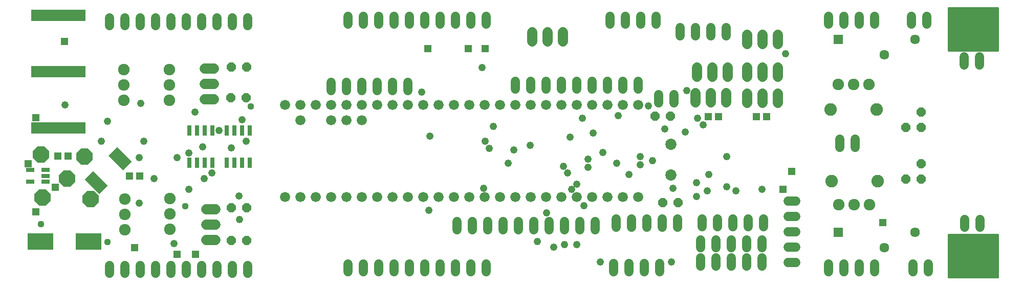
<source format=gbs>
G75*
%MOIN*%
%OFA0B0*%
%FSLAX25Y25*%
%IPPOS*%
%LPD*%
%AMOC8*
5,1,8,0,0,1.08239X$1,22.5*
%
%ADD10C,0.01600*%
%ADD11OC8,0.06000*%
%ADD12C,0.06800*%
%ADD13OC8,0.10800*%
%ADD14C,0.06600*%
%ADD15C,0.07550*%
%ADD16R,0.02900X0.07100*%
%ADD17C,0.07300*%
%ADD18C,0.06000*%
%ADD19R,0.16548X0.10643*%
%ADD20R,0.35800X0.07800*%
%ADD21R,0.06343X0.06343*%
%ADD22C,0.06343*%
%ADD23C,0.08200*%
%ADD24R,0.04737X0.05131*%
%ADD25R,0.07887X0.13398*%
%ADD26R,0.05524X0.03162*%
%ADD27C,0.04762*%
%ADD28R,0.04762X0.04762*%
%ADD29C,0.04369*%
%ADD30R,0.03400X0.03400*%
D10*
X0719526Y0125902D02*
X0751022Y0125902D01*
X0751022Y0153461D01*
X0719526Y0153461D01*
X0719526Y0125902D01*
X0719526Y0127130D02*
X0751022Y0127130D01*
X0751022Y0128729D02*
X0719526Y0128729D01*
X0719526Y0130327D02*
X0751022Y0130327D01*
X0751022Y0131926D02*
X0719526Y0131926D01*
X0719526Y0133524D02*
X0751022Y0133524D01*
X0751022Y0135123D02*
X0719526Y0135123D01*
X0719526Y0136721D02*
X0751022Y0136721D01*
X0751022Y0138320D02*
X0719526Y0138320D01*
X0719526Y0139918D02*
X0751022Y0139918D01*
X0751022Y0141517D02*
X0719526Y0141517D01*
X0719526Y0143115D02*
X0751022Y0143115D01*
X0751022Y0144714D02*
X0719526Y0144714D01*
X0719526Y0146312D02*
X0751022Y0146312D01*
X0751022Y0147911D02*
X0719526Y0147911D01*
X0719526Y0149509D02*
X0751022Y0149509D01*
X0751022Y0151108D02*
X0719526Y0151108D01*
X0719526Y0152706D02*
X0751022Y0152706D01*
X0751022Y0273539D02*
X0719526Y0273539D01*
X0719526Y0301098D01*
X0751022Y0301098D01*
X0751022Y0273539D01*
X0751022Y0274193D02*
X0719526Y0274193D01*
X0719526Y0275792D02*
X0751022Y0275792D01*
X0751022Y0277390D02*
X0719526Y0277390D01*
X0719526Y0278989D02*
X0751022Y0278989D01*
X0751022Y0280587D02*
X0719526Y0280587D01*
X0719526Y0282186D02*
X0751022Y0282186D01*
X0751022Y0283784D02*
X0719526Y0283784D01*
X0719526Y0285383D02*
X0751022Y0285383D01*
X0751022Y0286981D02*
X0719526Y0286981D01*
X0719526Y0288580D02*
X0751022Y0288580D01*
X0751022Y0290178D02*
X0719526Y0290178D01*
X0719526Y0291777D02*
X0751022Y0291777D01*
X0751022Y0293375D02*
X0719526Y0293375D01*
X0719526Y0294974D02*
X0751022Y0294974D01*
X0751022Y0296572D02*
X0719526Y0296572D01*
X0719526Y0298171D02*
X0751022Y0298171D01*
X0751022Y0299769D02*
X0719526Y0299769D01*
D11*
X0701396Y0233264D03*
X0701396Y0223264D03*
X0691396Y0223264D03*
X0701396Y0199799D03*
X0701396Y0189799D03*
X0691396Y0189799D03*
X0543148Y0174209D03*
X0533148Y0174209D03*
X0538089Y0230665D03*
X0528089Y0230665D03*
X0261573Y0242634D03*
X0251573Y0242634D03*
X0251967Y0262594D03*
X0261967Y0262594D03*
X0261967Y0171020D03*
X0251967Y0171020D03*
X0251967Y0149681D03*
X0261967Y0149681D03*
D12*
X0241581Y0149988D02*
X0235581Y0149988D01*
X0235581Y0159988D02*
X0241581Y0159988D01*
X0241581Y0169988D02*
X0235581Y0169988D01*
X0234793Y0241650D02*
X0240793Y0241650D01*
X0240793Y0251650D02*
X0234793Y0251650D01*
X0234793Y0261650D02*
X0240793Y0261650D01*
X0448112Y0279382D02*
X0448112Y0285382D01*
X0458112Y0285382D02*
X0458112Y0279382D01*
X0468112Y0279382D02*
X0468112Y0285382D01*
X0555297Y0262374D02*
X0555297Y0256374D01*
X0565297Y0256374D02*
X0565297Y0262374D01*
X0575297Y0262374D02*
X0575297Y0256374D01*
X0587974Y0256453D02*
X0587974Y0262453D01*
X0597974Y0262453D02*
X0597974Y0256453D01*
X0607974Y0256453D02*
X0607974Y0262453D01*
X0608100Y0277835D02*
X0608100Y0283835D01*
X0598100Y0283835D02*
X0598100Y0277835D01*
X0588100Y0277835D02*
X0588100Y0283835D01*
X0587974Y0245366D02*
X0587974Y0239366D01*
X0597974Y0239366D02*
X0597974Y0245366D01*
X0607974Y0245366D02*
X0607974Y0239366D01*
X0574510Y0239681D02*
X0574510Y0245681D01*
X0564510Y0245681D02*
X0564510Y0239681D01*
X0554510Y0239681D02*
X0554510Y0245681D01*
D13*
X0160510Y0176807D03*
X0145116Y0189878D03*
X0129014Y0177516D03*
X0128069Y0205665D03*
X0156415Y0204484D03*
D14*
X0287100Y0177862D03*
X0297100Y0177862D03*
X0307100Y0177862D03*
X0317100Y0177862D03*
X0327100Y0177862D03*
X0337100Y0177862D03*
X0347100Y0177862D03*
X0357100Y0177862D03*
X0367100Y0177862D03*
X0377100Y0177862D03*
X0387100Y0177862D03*
X0397100Y0177862D03*
X0407100Y0177862D03*
X0417100Y0177862D03*
X0427100Y0177862D03*
X0437100Y0177862D03*
X0447100Y0177862D03*
X0457100Y0177862D03*
X0467100Y0177862D03*
X0477100Y0177862D03*
X0487100Y0177862D03*
X0497100Y0177862D03*
X0507100Y0177862D03*
X0517100Y0177862D03*
X0517100Y0237862D03*
X0507100Y0237862D03*
X0497100Y0237862D03*
X0487100Y0237862D03*
X0477100Y0237862D03*
X0467100Y0237862D03*
X0457100Y0237862D03*
X0447100Y0237862D03*
X0437100Y0237862D03*
X0427100Y0237862D03*
X0417100Y0237862D03*
X0407100Y0237862D03*
X0397100Y0237862D03*
X0387100Y0237862D03*
X0377100Y0237862D03*
X0367100Y0237862D03*
X0357100Y0237862D03*
X0347100Y0237862D03*
X0337100Y0237862D03*
X0327100Y0237862D03*
X0317100Y0237862D03*
X0307100Y0237862D03*
X0297100Y0237862D03*
X0287100Y0237862D03*
X0297100Y0227862D03*
X0317100Y0227862D03*
X0327100Y0227862D03*
X0337100Y0227862D03*
D15*
X0211793Y0240941D03*
X0211793Y0250941D03*
X0211793Y0260941D03*
X0181998Y0260862D03*
X0181998Y0250862D03*
X0181998Y0240862D03*
X0182675Y0176650D03*
X0182675Y0166650D03*
X0182675Y0156650D03*
X0212085Y0157043D03*
X0212085Y0167043D03*
X0212085Y0177043D03*
X0647852Y0173146D03*
X0657852Y0173146D03*
X0667852Y0173146D03*
X0667360Y0251394D03*
X0657360Y0251394D03*
X0647360Y0251394D03*
D16*
X0263955Y0221312D03*
X0258955Y0221312D03*
X0253955Y0221312D03*
X0248955Y0221312D03*
X0239545Y0221312D03*
X0234545Y0221312D03*
X0229545Y0221312D03*
X0224545Y0221312D03*
X0224545Y0200412D03*
X0229545Y0200412D03*
X0234545Y0200412D03*
X0239545Y0200412D03*
X0248955Y0200412D03*
X0253955Y0200412D03*
X0258955Y0200412D03*
X0263955Y0200412D03*
D17*
X0538435Y0192185D03*
X0538435Y0212185D03*
D18*
X0172557Y0133423D02*
X0172557Y0128223D01*
X0182557Y0128223D02*
X0182557Y0133423D01*
X0192557Y0133423D02*
X0192557Y0128223D01*
X0202557Y0128223D02*
X0202557Y0133423D01*
X0212557Y0133423D02*
X0212557Y0128223D01*
X0222557Y0128223D02*
X0222557Y0133423D01*
X0232557Y0133423D02*
X0232557Y0128223D01*
X0242557Y0128223D02*
X0242557Y0133423D01*
X0252557Y0133423D02*
X0252557Y0128223D01*
X0262557Y0128223D02*
X0262557Y0133423D01*
X0328069Y0134407D02*
X0328069Y0129207D01*
X0338069Y0129207D02*
X0338069Y0134407D01*
X0348069Y0134407D02*
X0348069Y0129207D01*
X0358069Y0129207D02*
X0358069Y0134407D01*
X0368069Y0134407D02*
X0368069Y0129207D01*
X0378069Y0129207D02*
X0378069Y0134407D01*
X0388069Y0134407D02*
X0388069Y0129207D01*
X0398069Y0129207D02*
X0398069Y0134407D01*
X0408069Y0134407D02*
X0408069Y0129207D01*
X0418069Y0129207D02*
X0418069Y0134407D01*
X0418935Y0156766D02*
X0418935Y0161966D01*
X0408935Y0161966D02*
X0408935Y0156766D01*
X0398935Y0156766D02*
X0398935Y0161966D01*
X0428935Y0161966D02*
X0428935Y0156766D01*
X0438935Y0156766D02*
X0438935Y0161966D01*
X0448935Y0161966D02*
X0448935Y0156766D01*
X0458935Y0156766D02*
X0458935Y0161966D01*
X0468935Y0161966D02*
X0468935Y0156766D01*
X0478935Y0156766D02*
X0478935Y0161966D01*
X0488935Y0161966D02*
X0488935Y0156766D01*
X0502872Y0158490D02*
X0502872Y0163690D01*
X0512872Y0163690D02*
X0512872Y0158490D01*
X0522872Y0158490D02*
X0522872Y0163690D01*
X0532872Y0163690D02*
X0532872Y0158490D01*
X0542872Y0158490D02*
X0542872Y0163690D01*
X0558667Y0163738D02*
X0558667Y0158538D01*
X0568667Y0158538D02*
X0568667Y0163738D01*
X0578667Y0163738D02*
X0578667Y0158538D01*
X0588667Y0158538D02*
X0588667Y0163738D01*
X0598667Y0163738D02*
X0598667Y0158538D01*
X0614563Y0155429D02*
X0619763Y0155429D01*
X0619763Y0145429D02*
X0614563Y0145429D01*
X0597793Y0144955D02*
X0597793Y0150155D01*
X0587793Y0150155D02*
X0587793Y0144955D01*
X0587793Y0138344D02*
X0587793Y0133144D01*
X0597793Y0133144D02*
X0597793Y0138344D01*
X0614563Y0135429D02*
X0619763Y0135429D01*
X0640963Y0134407D02*
X0640963Y0129207D01*
X0650963Y0129207D02*
X0650963Y0134407D01*
X0660963Y0134407D02*
X0660963Y0129207D01*
X0670963Y0129207D02*
X0670963Y0134407D01*
X0696081Y0134407D02*
X0696081Y0129207D01*
X0706081Y0129207D02*
X0706081Y0134407D01*
X0729545Y0158243D02*
X0729545Y0163443D01*
X0739545Y0163443D02*
X0739545Y0158243D01*
X0658344Y0210408D02*
X0658344Y0215608D01*
X0648344Y0215608D02*
X0648344Y0210408D01*
X0619763Y0175429D02*
X0614563Y0175429D01*
X0614563Y0165429D02*
X0619763Y0165429D01*
X0577793Y0150155D02*
X0577793Y0144955D01*
X0567793Y0144955D02*
X0567793Y0150155D01*
X0557793Y0150155D02*
X0557793Y0144955D01*
X0557793Y0138344D02*
X0557793Y0133144D01*
X0567793Y0133144D02*
X0567793Y0138344D01*
X0577793Y0138344D02*
X0577793Y0133144D01*
X0530938Y0134607D02*
X0530938Y0129407D01*
X0520938Y0129407D02*
X0520938Y0134607D01*
X0510938Y0134607D02*
X0510938Y0129407D01*
X0500938Y0129407D02*
X0500938Y0134607D01*
X0530234Y0239443D02*
X0530234Y0244643D01*
X0517203Y0248302D02*
X0517203Y0253502D01*
X0507203Y0253502D02*
X0507203Y0248302D01*
X0497203Y0248302D02*
X0497203Y0253502D01*
X0487203Y0253502D02*
X0487203Y0248302D01*
X0477203Y0248302D02*
X0477203Y0253502D01*
X0467203Y0253502D02*
X0467203Y0248302D01*
X0457203Y0248302D02*
X0457203Y0253502D01*
X0447203Y0253502D02*
X0447203Y0248302D01*
X0437203Y0248302D02*
X0437203Y0253502D01*
X0367065Y0252517D02*
X0367065Y0247317D01*
X0357065Y0247317D02*
X0357065Y0252517D01*
X0347065Y0252517D02*
X0347065Y0247317D01*
X0337065Y0247317D02*
X0337065Y0252517D01*
X0327065Y0252517D02*
X0327065Y0247317D01*
X0317065Y0247317D02*
X0317065Y0252517D01*
X0328069Y0290624D02*
X0328069Y0295824D01*
X0338069Y0295824D02*
X0338069Y0290624D01*
X0348069Y0290624D02*
X0348069Y0295824D01*
X0358069Y0295824D02*
X0358069Y0290624D01*
X0368069Y0290624D02*
X0368069Y0295824D01*
X0378069Y0295824D02*
X0378069Y0290624D01*
X0388069Y0290624D02*
X0388069Y0295824D01*
X0398069Y0295824D02*
X0398069Y0290624D01*
X0408069Y0290624D02*
X0408069Y0295824D01*
X0418069Y0295824D02*
X0418069Y0290624D01*
X0498738Y0290624D02*
X0498738Y0295824D01*
X0508738Y0295824D02*
X0508738Y0290624D01*
X0518738Y0290624D02*
X0518738Y0295824D01*
X0528738Y0295824D02*
X0528738Y0290624D01*
X0544211Y0288210D02*
X0544211Y0283010D01*
X0554211Y0283010D02*
X0554211Y0288210D01*
X0564211Y0288210D02*
X0564211Y0283010D01*
X0574211Y0283010D02*
X0574211Y0288210D01*
X0640963Y0290624D02*
X0640963Y0295824D01*
X0650963Y0295824D02*
X0650963Y0290624D01*
X0660963Y0290624D02*
X0660963Y0295824D01*
X0670963Y0295824D02*
X0670963Y0290624D01*
X0695077Y0290624D02*
X0695077Y0295824D01*
X0705077Y0295824D02*
X0705077Y0290624D01*
X0729526Y0269250D02*
X0729526Y0264050D01*
X0739526Y0264050D02*
X0739526Y0269250D01*
X0540234Y0244643D02*
X0540234Y0239443D01*
X0262557Y0289640D02*
X0262557Y0294840D01*
X0252557Y0294840D02*
X0252557Y0289640D01*
X0242557Y0289640D02*
X0242557Y0294840D01*
X0232557Y0294840D02*
X0232557Y0289640D01*
X0222557Y0289640D02*
X0222557Y0294840D01*
X0212557Y0294840D02*
X0212557Y0289640D01*
X0202557Y0289640D02*
X0202557Y0294840D01*
X0192557Y0294840D02*
X0192557Y0289640D01*
X0182557Y0289640D02*
X0182557Y0294840D01*
X0172557Y0294840D02*
X0172557Y0289640D01*
D19*
X0159156Y0148933D03*
X0127659Y0148933D03*
D20*
X0139439Y0222988D03*
X0139439Y0259602D03*
X0139439Y0296295D03*
D21*
X0647380Y0280843D03*
X0647380Y0154858D03*
D22*
X0677380Y0144858D03*
X0697380Y0154858D03*
X0677380Y0270843D03*
X0697380Y0280843D03*
D23*
X0672518Y0235154D03*
X0642518Y0235154D03*
X0643010Y0188402D03*
X0673010Y0188402D03*
D24*
X0600825Y0230232D03*
X0594132Y0230232D03*
X0569329Y0230232D03*
X0562636Y0230232D03*
X0192360Y0191846D03*
X0185667Y0191846D03*
X0145608Y0204642D03*
X0138915Y0204642D03*
D25*
G36*
X0156546Y0189392D02*
X0162123Y0194969D01*
X0171596Y0185496D01*
X0166019Y0179919D01*
X0156546Y0189392D01*
G37*
G36*
X0172136Y0204982D02*
X0177713Y0210559D01*
X0187186Y0201086D01*
X0181609Y0195509D01*
X0172136Y0204982D01*
G37*
D26*
X0131163Y0195587D03*
X0131163Y0191846D03*
X0131163Y0188106D03*
X0120880Y0188106D03*
X0120880Y0195587D03*
D27*
X0167360Y0214484D03*
X0191967Y0203657D03*
X0194919Y0214484D03*
X0216573Y0203657D03*
X0224447Y0206610D03*
X0233305Y0210547D03*
X0244132Y0221374D03*
X0258896Y0228264D03*
X0261848Y0214484D03*
X0252006Y0210055D03*
X0239211Y0193815D03*
X0234289Y0189878D03*
X0224447Y0182988D03*
X0201809Y0189878D03*
X0191967Y0174130D03*
X0214604Y0147555D03*
X0257419Y0163303D03*
X0256927Y0178559D03*
X0171297Y0227280D03*
X0192951Y0239091D03*
X0228384Y0233185D03*
X0143738Y0238106D03*
X0376163Y0246370D03*
X0415486Y0262457D03*
X0480726Y0229390D03*
X0487876Y0219559D03*
X0472683Y0216878D03*
X0494132Y0207047D03*
X0484301Y0202579D03*
X0484301Y0197217D03*
X0470896Y0193642D03*
X0468215Y0198110D03*
X0477152Y0186492D03*
X0473577Y0182917D03*
X0481620Y0172193D03*
X0457490Y0167724D03*
X0451234Y0148957D03*
X0461959Y0145382D03*
X0469108Y0147169D03*
X0477152Y0147169D03*
X0492238Y0135551D03*
X0538817Y0135551D03*
X0554904Y0178449D03*
X0562053Y0182024D03*
X0554904Y0187386D03*
X0562947Y0192748D03*
X0574565Y0184705D03*
X0580821Y0182024D03*
X0597801Y0182917D03*
X0574565Y0204366D03*
X0547754Y0220453D03*
X0559372Y0224921D03*
X0555797Y0229390D03*
X0534348Y0222240D03*
X0523624Y0237433D03*
X0503963Y0231177D03*
X0548648Y0247264D03*
X0612994Y0271394D03*
X0518262Y0204366D03*
X0526305Y0201685D03*
X0518262Y0199004D03*
X0511112Y0192748D03*
X0503069Y0199898D03*
X0539711Y0183811D03*
X0446766Y0211516D03*
X0436041Y0208835D03*
X0419955Y0209728D03*
X0417274Y0214197D03*
X0422636Y0224028D03*
X0381526Y0217772D03*
X0432467Y0199898D03*
X0416380Y0183811D03*
X0380632Y0169512D03*
D28*
X0228876Y0140665D03*
X0216573Y0140665D03*
X0189014Y0145094D03*
X0124545Y0168224D03*
X0137341Y0184465D03*
X0119624Y0199720D03*
X0124545Y0229740D03*
X0143246Y0279445D03*
X0379959Y0274524D03*
X0406533Y0274524D03*
X0417360Y0274524D03*
X0617163Y0194799D03*
X0611258Y0182988D03*
X0676219Y0161335D03*
D29*
X0264801Y0237122D03*
X0221986Y0172161D03*
X0171297Y0148539D03*
X0127990Y0160350D03*
D30*
X0728482Y0147417D03*
X0730982Y0147417D03*
X0733482Y0147417D03*
X0733482Y0144917D03*
X0733482Y0142417D03*
X0733482Y0139917D03*
X0733482Y0137417D03*
X0733482Y0134917D03*
X0733482Y0132417D03*
X0733482Y0129917D03*
X0730982Y0129917D03*
X0728482Y0129917D03*
X0735982Y0129917D03*
X0738482Y0129917D03*
X0740982Y0129917D03*
X0735982Y0132417D03*
X0735982Y0134917D03*
X0735982Y0137417D03*
X0735982Y0139917D03*
X0735982Y0142417D03*
X0735982Y0144917D03*
X0735982Y0147417D03*
X0735982Y0147417D03*
X0735982Y0147417D03*
X0738482Y0147417D03*
X0740982Y0147417D03*
X0740982Y0279720D03*
X0738482Y0279720D03*
X0735982Y0279720D03*
X0733482Y0279720D03*
X0730982Y0279720D03*
X0728482Y0279720D03*
X0733482Y0282220D03*
X0735982Y0282220D03*
X0735982Y0284720D03*
X0733482Y0284720D03*
X0733482Y0287220D03*
X0735982Y0287220D03*
X0735982Y0289720D03*
X0733482Y0289720D03*
X0733482Y0292220D03*
X0735982Y0292220D03*
X0735982Y0294720D03*
X0733482Y0294720D03*
X0733482Y0297220D03*
X0730982Y0297220D03*
X0728482Y0297220D03*
X0735982Y0297220D03*
X0738482Y0297220D03*
X0740982Y0297220D03*
M02*

</source>
